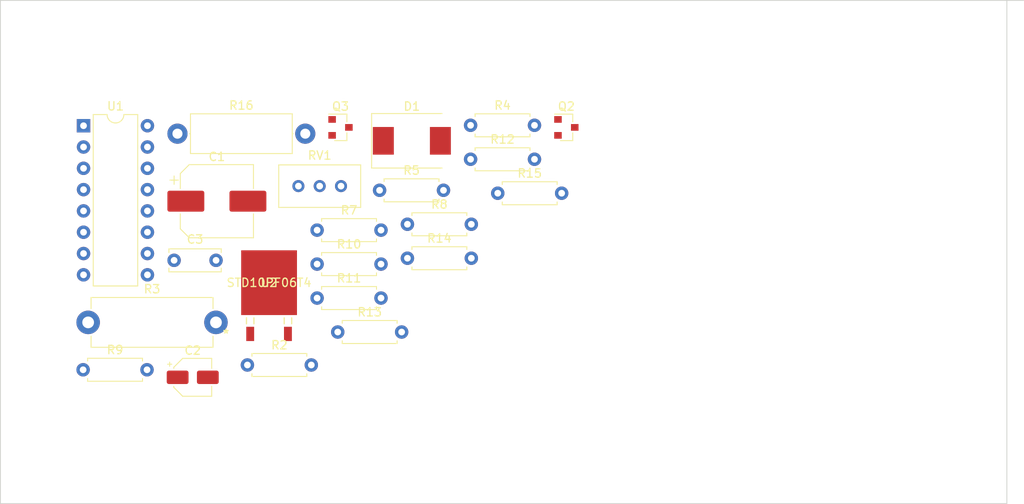
<source format=kicad_pcb>
(kicad_pcb (version 20171130) (host pcbnew "(5.1.6)-1")

  (general
    (thickness 1.6)
    (drawings 4)
    (tracks 0)
    (zones 0)
    (modules 23)
    (nets 20)
  )

  (page A4)
  (layers
    (0 F.Cu signal)
    (31 B.Cu signal)
    (32 B.Adhes user)
    (33 F.Adhes user)
    (34 B.Paste user)
    (35 F.Paste user)
    (36 B.SilkS user)
    (37 F.SilkS user)
    (38 B.Mask user)
    (39 F.Mask user)
    (40 Dwgs.User user)
    (41 Cmts.User user)
    (42 Eco1.User user)
    (43 Eco2.User user)
    (44 Edge.Cuts user)
    (45 Margin user)
    (46 B.CrtYd user)
    (47 F.CrtYd user)
    (48 B.Fab user)
    (49 F.Fab user)
  )

  (setup
    (last_trace_width 0.25)
    (trace_clearance 0.2)
    (zone_clearance 0.508)
    (zone_45_only no)
    (trace_min 0.2)
    (via_size 0.8)
    (via_drill 0.4)
    (via_min_size 0.4)
    (via_min_drill 0.3)
    (uvia_size 0.3)
    (uvia_drill 0.1)
    (uvias_allowed no)
    (uvia_min_size 0.2)
    (uvia_min_drill 0.1)
    (edge_width 0.05)
    (segment_width 0.2)
    (pcb_text_width 0.3)
    (pcb_text_size 1.5 1.5)
    (mod_edge_width 0.12)
    (mod_text_size 1 1)
    (mod_text_width 0.15)
    (pad_size 1.524 1.524)
    (pad_drill 0.762)
    (pad_to_mask_clearance 0.05)
    (aux_axis_origin 0 0)
    (visible_elements FFFFFF7F)
    (pcbplotparams
      (layerselection 0x010fc_ffffffff)
      (usegerberextensions false)
      (usegerberattributes true)
      (usegerberadvancedattributes true)
      (creategerberjobfile true)
      (excludeedgelayer true)
      (linewidth 0.100000)
      (plotframeref false)
      (viasonmask false)
      (mode 1)
      (useauxorigin false)
      (hpglpennumber 1)
      (hpglpenspeed 20)
      (hpglpendiameter 15.000000)
      (psnegative false)
      (psa4output false)
      (plotreference true)
      (plotvalue true)
      (plotinvisibletext false)
      (padsonsilk false)
      (subtractmaskfromsilk false)
      (outputformat 1)
      (mirror false)
      (drillshape 1)
      (scaleselection 1)
      (outputdirectory ""))
  )

  (net 0 "")
  (net 1 GND)
  (net 2 /Vout+)
  (net 3 "Net-(C2-Pad2)")
  (net 4 /REF)
  (net 5 "Net-(C3-Pad2)")
  (net 6 "Net-(D1-Pad1)")
  (net 7 "Net-(Q2-Pad3)")
  (net 8 "Net-(Q2-Pad2)")
  (net 9 "Net-(Q2-Pad1)")
  (net 10 "Net-(R2-Pad1)")
  (net 11 /Vout-)
  (net 12 +24V)
  (net 13 "Net-(R10-Pad1)")
  (net 14 "Net-(R7-Pad1)")
  (net 15 "Net-(R8-Pad1)")
  (net 16 "Net-(R12-Pad1)")
  (net 17 "Net-(R15-Pad1)")
  (net 18 /Vg)
  (net 19 "Net-(RV1-Pad3)")

  (net_class Default "This is the default net class."
    (clearance 0.2)
    (trace_width 0.25)
    (via_dia 0.8)
    (via_drill 0.4)
    (uvia_dia 0.3)
    (uvia_drill 0.1)
    (add_net +24V)
    (add_net /REF)
    (add_net /Vg)
    (add_net /Vout+)
    (add_net /Vout-)
    (add_net GND)
    (add_net "Net-(C2-Pad2)")
    (add_net "Net-(C3-Pad2)")
    (add_net "Net-(D1-Pad1)")
    (add_net "Net-(Q2-Pad1)")
    (add_net "Net-(Q2-Pad2)")
    (add_net "Net-(Q2-Pad3)")
    (add_net "Net-(R10-Pad1)")
    (add_net "Net-(R12-Pad1)")
    (add_net "Net-(R15-Pad1)")
    (add_net "Net-(R2-Pad1)")
    (add_net "Net-(R7-Pad1)")
    (add_net "Net-(R8-Pad1)")
    (add_net "Net-(RV1-Pad3)")
  )

  (module Package_TO_SOT_SMD:STD10PF06T4 (layer F.Cu) (tedit 60794235) (tstamp 60803616)
    (at 102.0326 83.656)
    (path /60799BA3)
    (fp_text reference U2 (at 0 0) (layer F.SilkS)
      (effects (font (size 1 1) (thickness 0.15)))
    )
    (fp_text value STD10PF06T4 (at 0 0) (layer F.SilkS)
      (effects (font (size 1 1) (thickness 0.15)))
    )
    (fp_text user "Copyright 2016 Accelerated Designs. All rights reserved." (at 0 0) (layer Cmts.User)
      (effects (font (size 0.127 0.127) (thickness 0.002)))
    )
    (fp_text user * (at -5.135001 6.1087) (layer F.SilkS)
      (effects (font (size 1 1) (thickness 0.15)))
    )
    (fp_text user * (at -2.250001 3.2512) (layer F.Fab)
      (effects (font (size 1 1) (thickness 0.15)))
    )
    (fp_text user * (at -2.250001 3.2512) (layer F.Fab)
      (effects (font (size 1 1) (thickness 0.15)))
    )
    (fp_text user * (at -5.135001 6.1087) (layer F.SilkS)
      (effects (font (size 1 1) (thickness 0.15)))
    )
    (fp_line (start -2.973901 4.1148) (end -3.5814 4.1148) (layer F.CrtYd) (width 0.1524))
    (fp_line (start -2.973901 7.2136) (end -2.973901 4.1148) (layer F.CrtYd) (width 0.1524))
    (fp_line (start 2.973901 7.2136) (end -2.973901 7.2136) (layer F.CrtYd) (width 0.1524))
    (fp_line (start 2.973901 4.1148) (end 2.973901 7.2136) (layer F.CrtYd) (width 0.1524))
    (fp_line (start 3.5814 4.1148) (end 2.973901 4.1148) (layer F.CrtYd) (width 0.1524))
    (fp_line (start 3.5814 -4.1148) (end 3.5814 4.1148) (layer F.CrtYd) (width 0.1524))
    (fp_line (start -3.5814 -4.1148) (end 3.5814 -4.1148) (layer F.CrtYd) (width 0.1524))
    (fp_line (start -3.5814 4.1148) (end -3.5814 -4.1148) (layer F.CrtYd) (width 0.1524))
    (fp_line (start -3.302 -3.5052) (end -3.302 3.5052) (layer F.Fab) (width 0.1524))
    (fp_line (start 3.302 -3.5052) (end -3.302 -3.5052) (layer F.Fab) (width 0.1524))
    (fp_line (start 3.302 3.5052) (end 3.302 -3.5052) (layer F.Fab) (width 0.1524))
    (fp_line (start -3.302 3.5052) (end 3.302 3.5052) (layer F.Fab) (width 0.1524))
    (fp_line (start 2.694501 4.19354) (end 2.694501 4.9022) (layer F.SilkS) (width 0.1524))
    (fp_line (start -1.805501 4.19354) (end -1.805501 4.9022) (layer F.SilkS) (width 0.1524))
    (fp_line (start 1.805501 4.19354) (end 1.805501 4.9022) (layer F.SilkS) (width 0.1524))
    (fp_line (start -2.694501 4.19354) (end -2.694501 4.9022) (layer F.SilkS) (width 0.1524))
    (fp_line (start 2.694501 6.604) (end 2.694501 3.5052) (layer F.Fab) (width 0.1524))
    (fp_line (start 1.805501 6.604) (end 2.694501 6.604) (layer F.Fab) (width 0.1524))
    (fp_line (start 1.805501 3.5052) (end 1.805501 6.604) (layer F.Fab) (width 0.1524))
    (fp_line (start 2.694501 3.5052) (end 1.805501 3.5052) (layer F.Fab) (width 0.1524))
    (fp_line (start -1.805501 6.604) (end -1.805501 3.5052) (layer F.Fab) (width 0.1524))
    (fp_line (start -2.694501 6.604) (end -1.805501 6.604) (layer F.Fab) (width 0.1524))
    (fp_line (start -2.694501 3.5052) (end -2.694501 6.604) (layer F.Fab) (width 0.1524))
    (fp_line (start -1.805501 3.5052) (end -2.694501 3.5052) (layer F.Fab) (width 0.1524))
    (pad 1 smd rect (at -2.250001 6.1087) (size 0.9398 1.7018) (layers F.Cu F.Paste F.Mask)
      (net 18 /Vg))
    (pad 3 smd rect (at 2.250001 6.1087) (size 0.9398 1.7018) (layers F.Cu F.Paste F.Mask)
      (net 12 +24V))
    (pad 2 smd rect (at 0 0) (size 6.6548 7.7216) (layers F.Cu F.Paste F.Mask)
      (net 6 "Net-(D1-Pad1)"))
  )

  (module Package_DIP:DIP-16_W7.62mm (layer F.Cu) (tedit 5A02E8C5) (tstamp 608035F2)
    (at 79.91 64.94)
    (descr "16-lead though-hole mounted DIP package, row spacing 7.62 mm (300 mils)")
    (tags "THT DIP DIL PDIP 2.54mm 7.62mm 300mil")
    (path /6065CEBC)
    (fp_text reference U1 (at 3.81 -2.33) (layer F.SilkS)
      (effects (font (size 1 1) (thickness 0.15)))
    )
    (fp_text value TL494 (at 3.81 20.11) (layer F.Fab)
      (effects (font (size 1 1) (thickness 0.15)))
    )
    (fp_text user %R (at 3.81 8.89) (layer F.Fab)
      (effects (font (size 1 1) (thickness 0.15)))
    )
    (fp_arc (start 3.81 -1.33) (end 2.81 -1.33) (angle -180) (layer F.SilkS) (width 0.12))
    (fp_line (start 1.635 -1.27) (end 6.985 -1.27) (layer F.Fab) (width 0.1))
    (fp_line (start 6.985 -1.27) (end 6.985 19.05) (layer F.Fab) (width 0.1))
    (fp_line (start 6.985 19.05) (end 0.635 19.05) (layer F.Fab) (width 0.1))
    (fp_line (start 0.635 19.05) (end 0.635 -0.27) (layer F.Fab) (width 0.1))
    (fp_line (start 0.635 -0.27) (end 1.635 -1.27) (layer F.Fab) (width 0.1))
    (fp_line (start 2.81 -1.33) (end 1.16 -1.33) (layer F.SilkS) (width 0.12))
    (fp_line (start 1.16 -1.33) (end 1.16 19.11) (layer F.SilkS) (width 0.12))
    (fp_line (start 1.16 19.11) (end 6.46 19.11) (layer F.SilkS) (width 0.12))
    (fp_line (start 6.46 19.11) (end 6.46 -1.33) (layer F.SilkS) (width 0.12))
    (fp_line (start 6.46 -1.33) (end 4.81 -1.33) (layer F.SilkS) (width 0.12))
    (fp_line (start -1.1 -1.55) (end -1.1 19.3) (layer F.CrtYd) (width 0.05))
    (fp_line (start -1.1 19.3) (end 8.7 19.3) (layer F.CrtYd) (width 0.05))
    (fp_line (start 8.7 19.3) (end 8.7 -1.55) (layer F.CrtYd) (width 0.05))
    (fp_line (start 8.7 -1.55) (end -1.1 -1.55) (layer F.CrtYd) (width 0.05))
    (pad 16 thru_hole oval (at 7.62 0) (size 1.6 1.6) (drill 0.8) (layers *.Cu *.Mask)
      (net 11 /Vout-))
    (pad 8 thru_hole oval (at 0 17.78) (size 1.6 1.6) (drill 0.8) (layers *.Cu *.Mask)
      (net 9 "Net-(Q2-Pad1)"))
    (pad 15 thru_hole oval (at 7.62 2.54) (size 1.6 1.6) (drill 0.8) (layers *.Cu *.Mask)
      (net 16 "Net-(R12-Pad1)"))
    (pad 7 thru_hole oval (at 0 15.24) (size 1.6 1.6) (drill 0.8) (layers *.Cu *.Mask)
      (net 1 GND))
    (pad 14 thru_hole oval (at 7.62 5.08) (size 1.6 1.6) (drill 0.8) (layers *.Cu *.Mask)
      (net 4 /REF))
    (pad 6 thru_hole oval (at 0 12.7) (size 1.6 1.6) (drill 0.8) (layers *.Cu *.Mask)
      (net 17 "Net-(R15-Pad1)"))
    (pad 13 thru_hole oval (at 7.62 7.62) (size 1.6 1.6) (drill 0.8) (layers *.Cu *.Mask)
      (net 1 GND))
    (pad 5 thru_hole oval (at 0 10.16) (size 1.6 1.6) (drill 0.8) (layers *.Cu *.Mask)
      (net 5 "Net-(C3-Pad2)"))
    (pad 12 thru_hole oval (at 7.62 10.16) (size 1.6 1.6) (drill 0.8) (layers *.Cu *.Mask)
      (net 12 +24V))
    (pad 4 thru_hole oval (at 0 7.62) (size 1.6 1.6) (drill 0.8) (layers *.Cu *.Mask)
      (net 3 "Net-(C2-Pad2)"))
    (pad 11 thru_hole oval (at 7.62 12.7) (size 1.6 1.6) (drill 0.8) (layers *.Cu *.Mask)
      (net 9 "Net-(Q2-Pad1)"))
    (pad 3 thru_hole oval (at 0 5.08) (size 1.6 1.6) (drill 0.8) (layers *.Cu *.Mask)
      (net 15 "Net-(R8-Pad1)"))
    (pad 10 thru_hole oval (at 7.62 15.24) (size 1.6 1.6) (drill 0.8) (layers *.Cu *.Mask)
      (net 1 GND))
    (pad 2 thru_hole oval (at 0 2.54) (size 1.6 1.6) (drill 0.8) (layers *.Cu *.Mask)
      (net 14 "Net-(R7-Pad1)"))
    (pad 9 thru_hole oval (at 7.62 17.78) (size 1.6 1.6) (drill 0.8) (layers *.Cu *.Mask)
      (net 1 GND))
    (pad 1 thru_hole rect (at 0 0) (size 1.6 1.6) (drill 0.8) (layers *.Cu *.Mask)
      (net 10 "Net-(R2-Pad1)"))
    (model ${KISYS3DMOD}/Package_DIP.3dshapes/DIP-16_W7.62mm.wrl
      (at (xyz 0 0 0))
      (scale (xyz 1 1 1))
      (rotate (xyz 0 0 0))
    )
  )

  (module Potentiometer_THT:Potentiometer_Bourns_3296W_Vertical (layer F.Cu) (tedit 5A3D4994) (tstamp 608035CE)
    (at 110.61 72.14)
    (descr "Potentiometer, vertical, Bourns 3296W, https://www.bourns.com/pdfs/3296.pdf")
    (tags "Potentiometer vertical Bourns 3296W")
    (path /6077E021)
    (fp_text reference RV1 (at -2.54 -3.66) (layer F.SilkS)
      (effects (font (size 1 1) (thickness 0.15)))
    )
    (fp_text value 5k (at -2.54 3.67) (layer F.Fab)
      (effects (font (size 1 1) (thickness 0.15)))
    )
    (fp_text user %R (at -3.175 0.005) (layer F.Fab)
      (effects (font (size 1 1) (thickness 0.15)))
    )
    (fp_circle (center 0.955 1.15) (end 2.05 1.15) (layer F.Fab) (width 0.1))
    (fp_line (start -7.305 -2.41) (end -7.305 2.42) (layer F.Fab) (width 0.1))
    (fp_line (start -7.305 2.42) (end 2.225 2.42) (layer F.Fab) (width 0.1))
    (fp_line (start 2.225 2.42) (end 2.225 -2.41) (layer F.Fab) (width 0.1))
    (fp_line (start 2.225 -2.41) (end -7.305 -2.41) (layer F.Fab) (width 0.1))
    (fp_line (start 0.955 2.235) (end 0.956 0.066) (layer F.Fab) (width 0.1))
    (fp_line (start 0.955 2.235) (end 0.956 0.066) (layer F.Fab) (width 0.1))
    (fp_line (start -7.425 -2.53) (end 2.345 -2.53) (layer F.SilkS) (width 0.12))
    (fp_line (start -7.425 2.54) (end 2.345 2.54) (layer F.SilkS) (width 0.12))
    (fp_line (start -7.425 -2.53) (end -7.425 2.54) (layer F.SilkS) (width 0.12))
    (fp_line (start 2.345 -2.53) (end 2.345 2.54) (layer F.SilkS) (width 0.12))
    (fp_line (start -7.6 -2.7) (end -7.6 2.7) (layer F.CrtYd) (width 0.05))
    (fp_line (start -7.6 2.7) (end 2.5 2.7) (layer F.CrtYd) (width 0.05))
    (fp_line (start 2.5 2.7) (end 2.5 -2.7) (layer F.CrtYd) (width 0.05))
    (fp_line (start 2.5 -2.7) (end -7.6 -2.7) (layer F.CrtYd) (width 0.05))
    (pad 3 thru_hole circle (at -5.08 0) (size 1.44 1.44) (drill 0.8) (layers *.Cu *.Mask)
      (net 19 "Net-(RV1-Pad3)"))
    (pad 2 thru_hole circle (at -2.54 0) (size 1.44 1.44) (drill 0.8) (layers *.Cu *.Mask)
      (net 10 "Net-(R2-Pad1)"))
    (pad 1 thru_hole circle (at 0 0) (size 1.44 1.44) (drill 0.8) (layers *.Cu *.Mask)
      (net 2 /Vout+))
    (model ${KISYS3DMOD}/Potentiometer_THT.3dshapes/Potentiometer_Bourns_3296W_Vertical.wrl
      (at (xyz 0 0 0))
      (scale (xyz 1 1 1))
      (rotate (xyz 0 0 0))
    )
  )

  (module Resistor_THT:R_Axial_DIN0414_L11.9mm_D4.5mm_P15.24mm_Horizontal (layer F.Cu) (tedit 5AE5139B) (tstamp 608035B7)
    (at 91.11 65.89)
    (descr "Resistor, Axial_DIN0414 series, Axial, Horizontal, pin pitch=15.24mm, 2W, length*diameter=11.9*4.5mm^2, http://www.vishay.com/docs/20128/wkxwrx.pdf")
    (tags "Resistor Axial_DIN0414 series Axial Horizontal pin pitch 15.24mm 2W length 11.9mm diameter 4.5mm")
    (path /6079615E)
    (fp_text reference R16 (at 7.62 -3.37) (layer F.SilkS)
      (effects (font (size 1 1) (thickness 0.15)))
    )
    (fp_text value 22 (at 7.62 3.37) (layer F.Fab)
      (effects (font (size 1 1) (thickness 0.15)))
    )
    (fp_text user %R (at 7.62 0) (layer F.Fab)
      (effects (font (size 1 1) (thickness 0.15)))
    )
    (fp_line (start 1.67 -2.25) (end 1.67 2.25) (layer F.Fab) (width 0.1))
    (fp_line (start 1.67 2.25) (end 13.57 2.25) (layer F.Fab) (width 0.1))
    (fp_line (start 13.57 2.25) (end 13.57 -2.25) (layer F.Fab) (width 0.1))
    (fp_line (start 13.57 -2.25) (end 1.67 -2.25) (layer F.Fab) (width 0.1))
    (fp_line (start 0 0) (end 1.67 0) (layer F.Fab) (width 0.1))
    (fp_line (start 15.24 0) (end 13.57 0) (layer F.Fab) (width 0.1))
    (fp_line (start 1.55 -2.37) (end 1.55 2.37) (layer F.SilkS) (width 0.12))
    (fp_line (start 1.55 2.37) (end 13.69 2.37) (layer F.SilkS) (width 0.12))
    (fp_line (start 13.69 2.37) (end 13.69 -2.37) (layer F.SilkS) (width 0.12))
    (fp_line (start 13.69 -2.37) (end 1.55 -2.37) (layer F.SilkS) (width 0.12))
    (fp_line (start 1.44 0) (end 1.55 0) (layer F.SilkS) (width 0.12))
    (fp_line (start 13.8 0) (end 13.69 0) (layer F.SilkS) (width 0.12))
    (fp_line (start -1.45 -2.5) (end -1.45 2.5) (layer F.CrtYd) (width 0.05))
    (fp_line (start -1.45 2.5) (end 16.69 2.5) (layer F.CrtYd) (width 0.05))
    (fp_line (start 16.69 2.5) (end 16.69 -2.5) (layer F.CrtYd) (width 0.05))
    (fp_line (start 16.69 -2.5) (end -1.45 -2.5) (layer F.CrtYd) (width 0.05))
    (pad 2 thru_hole oval (at 15.24 0) (size 2.4 2.4) (drill 1.2) (layers *.Cu *.Mask)
      (net 8 "Net-(Q2-Pad2)"))
    (pad 1 thru_hole circle (at 0 0) (size 2.4 2.4) (drill 1.2) (layers *.Cu *.Mask)
      (net 18 /Vg))
    (model ${KISYS3DMOD}/Resistor_THT.3dshapes/R_Axial_DIN0414_L11.9mm_D4.5mm_P15.24mm_Horizontal.wrl
      (at (xyz 0 0 0))
      (scale (xyz 1 1 1))
      (rotate (xyz 0 0 0))
    )
  )

  (module Resistor_THT:R_Axial_DIN0207_L6.3mm_D2.5mm_P7.62mm_Horizontal (layer F.Cu) (tedit 5AE5139B) (tstamp 608035A0)
    (at 129.3 72.99)
    (descr "Resistor, Axial_DIN0207 series, Axial, Horizontal, pin pitch=7.62mm, 0.25W = 1/4W, length*diameter=6.3*2.5mm^2, http://cdn-reichelt.de/documents/datenblatt/B400/1_4W%23YAG.pdf")
    (tags "Resistor Axial_DIN0207 series Axial Horizontal pin pitch 7.62mm 0.25W = 1/4W length 6.3mm diameter 2.5mm")
    (path /60661561)
    (fp_text reference R15 (at 3.81 -2.37) (layer F.SilkS)
      (effects (font (size 1 1) (thickness 0.15)))
    )
    (fp_text value 47k (at 3.81 2.37) (layer F.Fab)
      (effects (font (size 1 1) (thickness 0.15)))
    )
    (fp_text user %R (at 3.81 0) (layer F.Fab)
      (effects (font (size 1 1) (thickness 0.15)))
    )
    (fp_line (start 0.66 -1.25) (end 0.66 1.25) (layer F.Fab) (width 0.1))
    (fp_line (start 0.66 1.25) (end 6.96 1.25) (layer F.Fab) (width 0.1))
    (fp_line (start 6.96 1.25) (end 6.96 -1.25) (layer F.Fab) (width 0.1))
    (fp_line (start 6.96 -1.25) (end 0.66 -1.25) (layer F.Fab) (width 0.1))
    (fp_line (start 0 0) (end 0.66 0) (layer F.Fab) (width 0.1))
    (fp_line (start 7.62 0) (end 6.96 0) (layer F.Fab) (width 0.1))
    (fp_line (start 0.54 -1.04) (end 0.54 -1.37) (layer F.SilkS) (width 0.12))
    (fp_line (start 0.54 -1.37) (end 7.08 -1.37) (layer F.SilkS) (width 0.12))
    (fp_line (start 7.08 -1.37) (end 7.08 -1.04) (layer F.SilkS) (width 0.12))
    (fp_line (start 0.54 1.04) (end 0.54 1.37) (layer F.SilkS) (width 0.12))
    (fp_line (start 0.54 1.37) (end 7.08 1.37) (layer F.SilkS) (width 0.12))
    (fp_line (start 7.08 1.37) (end 7.08 1.04) (layer F.SilkS) (width 0.12))
    (fp_line (start -1.05 -1.5) (end -1.05 1.5) (layer F.CrtYd) (width 0.05))
    (fp_line (start -1.05 1.5) (end 8.67 1.5) (layer F.CrtYd) (width 0.05))
    (fp_line (start 8.67 1.5) (end 8.67 -1.5) (layer F.CrtYd) (width 0.05))
    (fp_line (start 8.67 -1.5) (end -1.05 -1.5) (layer F.CrtYd) (width 0.05))
    (pad 2 thru_hole oval (at 7.62 0) (size 1.6 1.6) (drill 0.8) (layers *.Cu *.Mask)
      (net 1 GND))
    (pad 1 thru_hole circle (at 0 0) (size 1.6 1.6) (drill 0.8) (layers *.Cu *.Mask)
      (net 17 "Net-(R15-Pad1)"))
    (model ${KISYS3DMOD}/Resistor_THT.3dshapes/R_Axial_DIN0207_L6.3mm_D2.5mm_P7.62mm_Horizontal.wrl
      (at (xyz 0 0 0))
      (scale (xyz 1 1 1))
      (rotate (xyz 0 0 0))
    )
  )

  (module Resistor_THT:R_Axial_DIN0207_L6.3mm_D2.5mm_P7.62mm_Horizontal (layer F.Cu) (tedit 5AE5139B) (tstamp 60803589)
    (at 118.53 80.74)
    (descr "Resistor, Axial_DIN0207 series, Axial, Horizontal, pin pitch=7.62mm, 0.25W = 1/4W, length*diameter=6.3*2.5mm^2, http://cdn-reichelt.de/documents/datenblatt/B400/1_4W%23YAG.pdf")
    (tags "Resistor Axial_DIN0207 series Axial Horizontal pin pitch 7.62mm 0.25W = 1/4W length 6.3mm diameter 2.5mm")
    (path /6068A6FA)
    (fp_text reference R14 (at 3.81 -2.37) (layer F.SilkS)
      (effects (font (size 1 1) (thickness 0.15)))
    )
    (fp_text value 1k (at 3.81 2.37) (layer F.Fab)
      (effects (font (size 1 1) (thickness 0.15)))
    )
    (fp_text user %R (at 3.81 0) (layer F.Fab)
      (effects (font (size 1 1) (thickness 0.15)))
    )
    (fp_line (start 0.66 -1.25) (end 0.66 1.25) (layer F.Fab) (width 0.1))
    (fp_line (start 0.66 1.25) (end 6.96 1.25) (layer F.Fab) (width 0.1))
    (fp_line (start 6.96 1.25) (end 6.96 -1.25) (layer F.Fab) (width 0.1))
    (fp_line (start 6.96 -1.25) (end 0.66 -1.25) (layer F.Fab) (width 0.1))
    (fp_line (start 0 0) (end 0.66 0) (layer F.Fab) (width 0.1))
    (fp_line (start 7.62 0) (end 6.96 0) (layer F.Fab) (width 0.1))
    (fp_line (start 0.54 -1.04) (end 0.54 -1.37) (layer F.SilkS) (width 0.12))
    (fp_line (start 0.54 -1.37) (end 7.08 -1.37) (layer F.SilkS) (width 0.12))
    (fp_line (start 7.08 -1.37) (end 7.08 -1.04) (layer F.SilkS) (width 0.12))
    (fp_line (start 0.54 1.04) (end 0.54 1.37) (layer F.SilkS) (width 0.12))
    (fp_line (start 0.54 1.37) (end 7.08 1.37) (layer F.SilkS) (width 0.12))
    (fp_line (start 7.08 1.37) (end 7.08 1.04) (layer F.SilkS) (width 0.12))
    (fp_line (start -1.05 -1.5) (end -1.05 1.5) (layer F.CrtYd) (width 0.05))
    (fp_line (start -1.05 1.5) (end 8.67 1.5) (layer F.CrtYd) (width 0.05))
    (fp_line (start 8.67 1.5) (end 8.67 -1.5) (layer F.CrtYd) (width 0.05))
    (fp_line (start 8.67 -1.5) (end -1.05 -1.5) (layer F.CrtYd) (width 0.05))
    (pad 2 thru_hole oval (at 7.62 0) (size 1.6 1.6) (drill 0.8) (layers *.Cu *.Mask)
      (net 1 GND))
    (pad 1 thru_hole circle (at 0 0) (size 1.6 1.6) (drill 0.8) (layers *.Cu *.Mask)
      (net 3 "Net-(C2-Pad2)"))
    (model ${KISYS3DMOD}/Resistor_THT.3dshapes/R_Axial_DIN0207_L6.3mm_D2.5mm_P7.62mm_Horizontal.wrl
      (at (xyz 0 0 0))
      (scale (xyz 1 1 1))
      (rotate (xyz 0 0 0))
    )
  )

  (module Resistor_THT:R_Axial_DIN0207_L6.3mm_D2.5mm_P7.62mm_Horizontal (layer F.Cu) (tedit 5AE5139B) (tstamp 60803572)
    (at 110.22 89.54)
    (descr "Resistor, Axial_DIN0207 series, Axial, Horizontal, pin pitch=7.62mm, 0.25W = 1/4W, length*diameter=6.3*2.5mm^2, http://cdn-reichelt.de/documents/datenblatt/B400/1_4W%23YAG.pdf")
    (tags "Resistor Axial_DIN0207 series Axial Horizontal pin pitch 7.62mm 0.25W = 1/4W length 6.3mm diameter 2.5mm")
    (path /6068A04A)
    (fp_text reference R13 (at 3.81 -2.37) (layer F.SilkS)
      (effects (font (size 1 1) (thickness 0.15)))
    )
    (fp_text value 10k (at 3.81 2.37) (layer F.Fab)
      (effects (font (size 1 1) (thickness 0.15)))
    )
    (fp_text user %R (at 3.81 0) (layer F.Fab)
      (effects (font (size 1 1) (thickness 0.15)))
    )
    (fp_line (start 0.66 -1.25) (end 0.66 1.25) (layer F.Fab) (width 0.1))
    (fp_line (start 0.66 1.25) (end 6.96 1.25) (layer F.Fab) (width 0.1))
    (fp_line (start 6.96 1.25) (end 6.96 -1.25) (layer F.Fab) (width 0.1))
    (fp_line (start 6.96 -1.25) (end 0.66 -1.25) (layer F.Fab) (width 0.1))
    (fp_line (start 0 0) (end 0.66 0) (layer F.Fab) (width 0.1))
    (fp_line (start 7.62 0) (end 6.96 0) (layer F.Fab) (width 0.1))
    (fp_line (start 0.54 -1.04) (end 0.54 -1.37) (layer F.SilkS) (width 0.12))
    (fp_line (start 0.54 -1.37) (end 7.08 -1.37) (layer F.SilkS) (width 0.12))
    (fp_line (start 7.08 -1.37) (end 7.08 -1.04) (layer F.SilkS) (width 0.12))
    (fp_line (start 0.54 1.04) (end 0.54 1.37) (layer F.SilkS) (width 0.12))
    (fp_line (start 0.54 1.37) (end 7.08 1.37) (layer F.SilkS) (width 0.12))
    (fp_line (start 7.08 1.37) (end 7.08 1.04) (layer F.SilkS) (width 0.12))
    (fp_line (start -1.05 -1.5) (end -1.05 1.5) (layer F.CrtYd) (width 0.05))
    (fp_line (start -1.05 1.5) (end 8.67 1.5) (layer F.CrtYd) (width 0.05))
    (fp_line (start 8.67 1.5) (end 8.67 -1.5) (layer F.CrtYd) (width 0.05))
    (fp_line (start 8.67 -1.5) (end -1.05 -1.5) (layer F.CrtYd) (width 0.05))
    (pad 2 thru_hole oval (at 7.62 0) (size 1.6 1.6) (drill 0.8) (layers *.Cu *.Mask)
      (net 4 /REF))
    (pad 1 thru_hole circle (at 0 0) (size 1.6 1.6) (drill 0.8) (layers *.Cu *.Mask)
      (net 3 "Net-(C2-Pad2)"))
    (model ${KISYS3DMOD}/Resistor_THT.3dshapes/R_Axial_DIN0207_L6.3mm_D2.5mm_P7.62mm_Horizontal.wrl
      (at (xyz 0 0 0))
      (scale (xyz 1 1 1))
      (rotate (xyz 0 0 0))
    )
  )

  (module Resistor_THT:R_Axial_DIN0207_L6.3mm_D2.5mm_P7.62mm_Horizontal (layer F.Cu) (tedit 5AE5139B) (tstamp 6080355B)
    (at 126.06 68.94)
    (descr "Resistor, Axial_DIN0207 series, Axial, Horizontal, pin pitch=7.62mm, 0.25W = 1/4W, length*diameter=6.3*2.5mm^2, http://cdn-reichelt.de/documents/datenblatt/B400/1_4W%23YAG.pdf")
    (tags "Resistor Axial_DIN0207 series Axial Horizontal pin pitch 7.62mm 0.25W = 1/4W length 6.3mm diameter 2.5mm")
    (path /60687175)
    (fp_text reference R12 (at 3.81 -2.37) (layer F.SilkS)
      (effects (font (size 1 1) (thickness 0.15)))
    )
    (fp_text value 1k (at 3.81 2.37) (layer F.Fab)
      (effects (font (size 1 1) (thickness 0.15)))
    )
    (fp_text user %R (at 3.81 0) (layer F.Fab)
      (effects (font (size 1 1) (thickness 0.15)))
    )
    (fp_line (start 0.66 -1.25) (end 0.66 1.25) (layer F.Fab) (width 0.1))
    (fp_line (start 0.66 1.25) (end 6.96 1.25) (layer F.Fab) (width 0.1))
    (fp_line (start 6.96 1.25) (end 6.96 -1.25) (layer F.Fab) (width 0.1))
    (fp_line (start 6.96 -1.25) (end 0.66 -1.25) (layer F.Fab) (width 0.1))
    (fp_line (start 0 0) (end 0.66 0) (layer F.Fab) (width 0.1))
    (fp_line (start 7.62 0) (end 6.96 0) (layer F.Fab) (width 0.1))
    (fp_line (start 0.54 -1.04) (end 0.54 -1.37) (layer F.SilkS) (width 0.12))
    (fp_line (start 0.54 -1.37) (end 7.08 -1.37) (layer F.SilkS) (width 0.12))
    (fp_line (start 7.08 -1.37) (end 7.08 -1.04) (layer F.SilkS) (width 0.12))
    (fp_line (start 0.54 1.04) (end 0.54 1.37) (layer F.SilkS) (width 0.12))
    (fp_line (start 0.54 1.37) (end 7.08 1.37) (layer F.SilkS) (width 0.12))
    (fp_line (start 7.08 1.37) (end 7.08 1.04) (layer F.SilkS) (width 0.12))
    (fp_line (start -1.05 -1.5) (end -1.05 1.5) (layer F.CrtYd) (width 0.05))
    (fp_line (start -1.05 1.5) (end 8.67 1.5) (layer F.CrtYd) (width 0.05))
    (fp_line (start 8.67 1.5) (end 8.67 -1.5) (layer F.CrtYd) (width 0.05))
    (fp_line (start 8.67 -1.5) (end -1.05 -1.5) (layer F.CrtYd) (width 0.05))
    (pad 2 thru_hole oval (at 7.62 0) (size 1.6 1.6) (drill 0.8) (layers *.Cu *.Mask)
      (net 1 GND))
    (pad 1 thru_hole circle (at 0 0) (size 1.6 1.6) (drill 0.8) (layers *.Cu *.Mask)
      (net 16 "Net-(R12-Pad1)"))
    (model ${KISYS3DMOD}/Resistor_THT.3dshapes/R_Axial_DIN0207_L6.3mm_D2.5mm_P7.62mm_Horizontal.wrl
      (at (xyz 0 0 0))
      (scale (xyz 1 1 1))
      (rotate (xyz 0 0 0))
    )
  )

  (module Resistor_THT:R_Axial_DIN0207_L6.3mm_D2.5mm_P7.62mm_Horizontal (layer F.Cu) (tedit 5AE5139B) (tstamp 60803544)
    (at 107.76 85.49)
    (descr "Resistor, Axial_DIN0207 series, Axial, Horizontal, pin pitch=7.62mm, 0.25W = 1/4W, length*diameter=6.3*2.5mm^2, http://cdn-reichelt.de/documents/datenblatt/B400/1_4W%23YAG.pdf")
    (tags "Resistor Axial_DIN0207 series Axial Horizontal pin pitch 7.62mm 0.25W = 1/4W length 6.3mm diameter 2.5mm")
    (path /60677B0D)
    (fp_text reference R11 (at 3.81 -2.37) (layer F.SilkS)
      (effects (font (size 1 1) (thickness 0.15)))
    )
    (fp_text value 4.7k (at 3.81 2.37) (layer F.Fab)
      (effects (font (size 1 1) (thickness 0.15)))
    )
    (fp_text user %R (at 3.81 0) (layer F.Fab)
      (effects (font (size 1 1) (thickness 0.15)))
    )
    (fp_line (start 0.66 -1.25) (end 0.66 1.25) (layer F.Fab) (width 0.1))
    (fp_line (start 0.66 1.25) (end 6.96 1.25) (layer F.Fab) (width 0.1))
    (fp_line (start 6.96 1.25) (end 6.96 -1.25) (layer F.Fab) (width 0.1))
    (fp_line (start 6.96 -1.25) (end 0.66 -1.25) (layer F.Fab) (width 0.1))
    (fp_line (start 0 0) (end 0.66 0) (layer F.Fab) (width 0.1))
    (fp_line (start 7.62 0) (end 6.96 0) (layer F.Fab) (width 0.1))
    (fp_line (start 0.54 -1.04) (end 0.54 -1.37) (layer F.SilkS) (width 0.12))
    (fp_line (start 0.54 -1.37) (end 7.08 -1.37) (layer F.SilkS) (width 0.12))
    (fp_line (start 7.08 -1.37) (end 7.08 -1.04) (layer F.SilkS) (width 0.12))
    (fp_line (start 0.54 1.04) (end 0.54 1.37) (layer F.SilkS) (width 0.12))
    (fp_line (start 0.54 1.37) (end 7.08 1.37) (layer F.SilkS) (width 0.12))
    (fp_line (start 7.08 1.37) (end 7.08 1.04) (layer F.SilkS) (width 0.12))
    (fp_line (start -1.05 -1.5) (end -1.05 1.5) (layer F.CrtYd) (width 0.05))
    (fp_line (start -1.05 1.5) (end 8.67 1.5) (layer F.CrtYd) (width 0.05))
    (fp_line (start 8.67 1.5) (end 8.67 -1.5) (layer F.CrtYd) (width 0.05))
    (fp_line (start 8.67 -1.5) (end -1.05 -1.5) (layer F.CrtYd) (width 0.05))
    (pad 2 thru_hole oval (at 7.62 0) (size 1.6 1.6) (drill 0.8) (layers *.Cu *.Mask)
      (net 1 GND))
    (pad 1 thru_hole circle (at 0 0) (size 1.6 1.6) (drill 0.8) (layers *.Cu *.Mask)
      (net 13 "Net-(R10-Pad1)"))
    (model ${KISYS3DMOD}/Resistor_THT.3dshapes/R_Axial_DIN0207_L6.3mm_D2.5mm_P7.62mm_Horizontal.wrl
      (at (xyz 0 0 0))
      (scale (xyz 1 1 1))
      (rotate (xyz 0 0 0))
    )
  )

  (module Resistor_THT:R_Axial_DIN0207_L6.3mm_D2.5mm_P7.62mm_Horizontal (layer F.Cu) (tedit 5AE5139B) (tstamp 6080352D)
    (at 107.76 81.44)
    (descr "Resistor, Axial_DIN0207 series, Axial, Horizontal, pin pitch=7.62mm, 0.25W = 1/4W, length*diameter=6.3*2.5mm^2, http://cdn-reichelt.de/documents/datenblatt/B400/1_4W%23YAG.pdf")
    (tags "Resistor Axial_DIN0207 series Axial Horizontal pin pitch 7.62mm 0.25W = 1/4W length 6.3mm diameter 2.5mm")
    (path /60677F40)
    (fp_text reference R10 (at 3.81 -2.37) (layer F.SilkS)
      (effects (font (size 1 1) (thickness 0.15)))
    )
    (fp_text value 4.7k (at 3.81 2.37) (layer F.Fab)
      (effects (font (size 1 1) (thickness 0.15)))
    )
    (fp_text user %R (at 3.81 0) (layer F.Fab)
      (effects (font (size 1 1) (thickness 0.15)))
    )
    (fp_line (start 0.66 -1.25) (end 0.66 1.25) (layer F.Fab) (width 0.1))
    (fp_line (start 0.66 1.25) (end 6.96 1.25) (layer F.Fab) (width 0.1))
    (fp_line (start 6.96 1.25) (end 6.96 -1.25) (layer F.Fab) (width 0.1))
    (fp_line (start 6.96 -1.25) (end 0.66 -1.25) (layer F.Fab) (width 0.1))
    (fp_line (start 0 0) (end 0.66 0) (layer F.Fab) (width 0.1))
    (fp_line (start 7.62 0) (end 6.96 0) (layer F.Fab) (width 0.1))
    (fp_line (start 0.54 -1.04) (end 0.54 -1.37) (layer F.SilkS) (width 0.12))
    (fp_line (start 0.54 -1.37) (end 7.08 -1.37) (layer F.SilkS) (width 0.12))
    (fp_line (start 7.08 -1.37) (end 7.08 -1.04) (layer F.SilkS) (width 0.12))
    (fp_line (start 0.54 1.04) (end 0.54 1.37) (layer F.SilkS) (width 0.12))
    (fp_line (start 0.54 1.37) (end 7.08 1.37) (layer F.SilkS) (width 0.12))
    (fp_line (start 7.08 1.37) (end 7.08 1.04) (layer F.SilkS) (width 0.12))
    (fp_line (start -1.05 -1.5) (end -1.05 1.5) (layer F.CrtYd) (width 0.05))
    (fp_line (start -1.05 1.5) (end 8.67 1.5) (layer F.CrtYd) (width 0.05))
    (fp_line (start 8.67 1.5) (end 8.67 -1.5) (layer F.CrtYd) (width 0.05))
    (fp_line (start 8.67 -1.5) (end -1.05 -1.5) (layer F.CrtYd) (width 0.05))
    (pad 2 thru_hole oval (at 7.62 0) (size 1.6 1.6) (drill 0.8) (layers *.Cu *.Mask)
      (net 4 /REF))
    (pad 1 thru_hole circle (at 0 0) (size 1.6 1.6) (drill 0.8) (layers *.Cu *.Mask)
      (net 13 "Net-(R10-Pad1)"))
    (model ${KISYS3DMOD}/Resistor_THT.3dshapes/R_Axial_DIN0207_L6.3mm_D2.5mm_P7.62mm_Horizontal.wrl
      (at (xyz 0 0 0))
      (scale (xyz 1 1 1))
      (rotate (xyz 0 0 0))
    )
  )

  (module Resistor_THT:R_Axial_DIN0207_L6.3mm_D2.5mm_P7.62mm_Horizontal (layer F.Cu) (tedit 5AE5139B) (tstamp 60803516)
    (at 79.86 94.04)
    (descr "Resistor, Axial_DIN0207 series, Axial, Horizontal, pin pitch=7.62mm, 0.25W = 1/4W, length*diameter=6.3*2.5mm^2, http://cdn-reichelt.de/documents/datenblatt/B400/1_4W%23YAG.pdf")
    (tags "Resistor Axial_DIN0207 series Axial Horizontal pin pitch 7.62mm 0.25W = 1/4W length 6.3mm diameter 2.5mm")
    (path /60688360)
    (fp_text reference R9 (at 3.81 -2.37) (layer F.SilkS)
      (effects (font (size 1 1) (thickness 0.15)))
    )
    (fp_text value 5.6k (at 3.81 2.37) (layer F.Fab)
      (effects (font (size 1 1) (thickness 0.15)))
    )
    (fp_text user %R (at 3.81 0) (layer F.Fab)
      (effects (font (size 1 1) (thickness 0.15)))
    )
    (fp_line (start 0.66 -1.25) (end 0.66 1.25) (layer F.Fab) (width 0.1))
    (fp_line (start 0.66 1.25) (end 6.96 1.25) (layer F.Fab) (width 0.1))
    (fp_line (start 6.96 1.25) (end 6.96 -1.25) (layer F.Fab) (width 0.1))
    (fp_line (start 6.96 -1.25) (end 0.66 -1.25) (layer F.Fab) (width 0.1))
    (fp_line (start 0 0) (end 0.66 0) (layer F.Fab) (width 0.1))
    (fp_line (start 7.62 0) (end 6.96 0) (layer F.Fab) (width 0.1))
    (fp_line (start 0.54 -1.04) (end 0.54 -1.37) (layer F.SilkS) (width 0.12))
    (fp_line (start 0.54 -1.37) (end 7.08 -1.37) (layer F.SilkS) (width 0.12))
    (fp_line (start 7.08 -1.37) (end 7.08 -1.04) (layer F.SilkS) (width 0.12))
    (fp_line (start 0.54 1.04) (end 0.54 1.37) (layer F.SilkS) (width 0.12))
    (fp_line (start 0.54 1.37) (end 7.08 1.37) (layer F.SilkS) (width 0.12))
    (fp_line (start 7.08 1.37) (end 7.08 1.04) (layer F.SilkS) (width 0.12))
    (fp_line (start -1.05 -1.5) (end -1.05 1.5) (layer F.CrtYd) (width 0.05))
    (fp_line (start -1.05 1.5) (end 8.67 1.5) (layer F.CrtYd) (width 0.05))
    (fp_line (start 8.67 1.5) (end 8.67 -1.5) (layer F.CrtYd) (width 0.05))
    (fp_line (start 8.67 -1.5) (end -1.05 -1.5) (layer F.CrtYd) (width 0.05))
    (pad 2 thru_hole oval (at 7.62 0) (size 1.6 1.6) (drill 0.8) (layers *.Cu *.Mask)
      (net 4 /REF))
    (pad 1 thru_hole circle (at 0 0) (size 1.6 1.6) (drill 0.8) (layers *.Cu *.Mask)
      (net 16 "Net-(R12-Pad1)"))
    (model ${KISYS3DMOD}/Resistor_THT.3dshapes/R_Axial_DIN0207_L6.3mm_D2.5mm_P7.62mm_Horizontal.wrl
      (at (xyz 0 0 0))
      (scale (xyz 1 1 1))
      (rotate (xyz 0 0 0))
    )
  )

  (module Resistor_THT:R_Axial_DIN0207_L6.3mm_D2.5mm_P7.62mm_Horizontal (layer F.Cu) (tedit 5AE5139B) (tstamp 608034FF)
    (at 118.53 76.69)
    (descr "Resistor, Axial_DIN0207 series, Axial, Horizontal, pin pitch=7.62mm, 0.25W = 1/4W, length*diameter=6.3*2.5mm^2, http://cdn-reichelt.de/documents/datenblatt/B400/1_4W%23YAG.pdf")
    (tags "Resistor Axial_DIN0207 series Axial Horizontal pin pitch 7.62mm 0.25W = 1/4W length 6.3mm diameter 2.5mm")
    (path /6067C2B7)
    (fp_text reference R8 (at 3.81 -2.37) (layer F.SilkS)
      (effects (font (size 1 1) (thickness 0.15)))
    )
    (fp_text value 47k (at 3.81 2.37) (layer F.Fab)
      (effects (font (size 1 1) (thickness 0.15)))
    )
    (fp_text user %R (at 3.81 0) (layer F.Fab)
      (effects (font (size 1 1) (thickness 0.15)))
    )
    (fp_line (start 0.66 -1.25) (end 0.66 1.25) (layer F.Fab) (width 0.1))
    (fp_line (start 0.66 1.25) (end 6.96 1.25) (layer F.Fab) (width 0.1))
    (fp_line (start 6.96 1.25) (end 6.96 -1.25) (layer F.Fab) (width 0.1))
    (fp_line (start 6.96 -1.25) (end 0.66 -1.25) (layer F.Fab) (width 0.1))
    (fp_line (start 0 0) (end 0.66 0) (layer F.Fab) (width 0.1))
    (fp_line (start 7.62 0) (end 6.96 0) (layer F.Fab) (width 0.1))
    (fp_line (start 0.54 -1.04) (end 0.54 -1.37) (layer F.SilkS) (width 0.12))
    (fp_line (start 0.54 -1.37) (end 7.08 -1.37) (layer F.SilkS) (width 0.12))
    (fp_line (start 7.08 -1.37) (end 7.08 -1.04) (layer F.SilkS) (width 0.12))
    (fp_line (start 0.54 1.04) (end 0.54 1.37) (layer F.SilkS) (width 0.12))
    (fp_line (start 0.54 1.37) (end 7.08 1.37) (layer F.SilkS) (width 0.12))
    (fp_line (start 7.08 1.37) (end 7.08 1.04) (layer F.SilkS) (width 0.12))
    (fp_line (start -1.05 -1.5) (end -1.05 1.5) (layer F.CrtYd) (width 0.05))
    (fp_line (start -1.05 1.5) (end 8.67 1.5) (layer F.CrtYd) (width 0.05))
    (fp_line (start 8.67 1.5) (end 8.67 -1.5) (layer F.CrtYd) (width 0.05))
    (fp_line (start 8.67 -1.5) (end -1.05 -1.5) (layer F.CrtYd) (width 0.05))
    (pad 2 thru_hole oval (at 7.62 0) (size 1.6 1.6) (drill 0.8) (layers *.Cu *.Mask)
      (net 14 "Net-(R7-Pad1)"))
    (pad 1 thru_hole circle (at 0 0) (size 1.6 1.6) (drill 0.8) (layers *.Cu *.Mask)
      (net 15 "Net-(R8-Pad1)"))
    (model ${KISYS3DMOD}/Resistor_THT.3dshapes/R_Axial_DIN0207_L6.3mm_D2.5mm_P7.62mm_Horizontal.wrl
      (at (xyz 0 0 0))
      (scale (xyz 1 1 1))
      (rotate (xyz 0 0 0))
    )
  )

  (module Resistor_THT:R_Axial_DIN0207_L6.3mm_D2.5mm_P7.62mm_Horizontal (layer F.Cu) (tedit 5AE5139B) (tstamp 608034E8)
    (at 107.76 77.39)
    (descr "Resistor, Axial_DIN0207 series, Axial, Horizontal, pin pitch=7.62mm, 0.25W = 1/4W, length*diameter=6.3*2.5mm^2, http://cdn-reichelt.de/documents/datenblatt/B400/1_4W%23YAG.pdf")
    (tags "Resistor Axial_DIN0207 series Axial Horizontal pin pitch 7.62mm 0.25W = 1/4W length 6.3mm diameter 2.5mm")
    (path /6067B1E5)
    (fp_text reference R7 (at 3.81 -2.37) (layer F.SilkS)
      (effects (font (size 1 1) (thickness 0.15)))
    )
    (fp_text value 470 (at 3.81 2.37) (layer F.Fab)
      (effects (font (size 1 1) (thickness 0.15)))
    )
    (fp_text user %R (at 3.81 0) (layer F.Fab)
      (effects (font (size 1 1) (thickness 0.15)))
    )
    (fp_line (start 0.66 -1.25) (end 0.66 1.25) (layer F.Fab) (width 0.1))
    (fp_line (start 0.66 1.25) (end 6.96 1.25) (layer F.Fab) (width 0.1))
    (fp_line (start 6.96 1.25) (end 6.96 -1.25) (layer F.Fab) (width 0.1))
    (fp_line (start 6.96 -1.25) (end 0.66 -1.25) (layer F.Fab) (width 0.1))
    (fp_line (start 0 0) (end 0.66 0) (layer F.Fab) (width 0.1))
    (fp_line (start 7.62 0) (end 6.96 0) (layer F.Fab) (width 0.1))
    (fp_line (start 0.54 -1.04) (end 0.54 -1.37) (layer F.SilkS) (width 0.12))
    (fp_line (start 0.54 -1.37) (end 7.08 -1.37) (layer F.SilkS) (width 0.12))
    (fp_line (start 7.08 -1.37) (end 7.08 -1.04) (layer F.SilkS) (width 0.12))
    (fp_line (start 0.54 1.04) (end 0.54 1.37) (layer F.SilkS) (width 0.12))
    (fp_line (start 0.54 1.37) (end 7.08 1.37) (layer F.SilkS) (width 0.12))
    (fp_line (start 7.08 1.37) (end 7.08 1.04) (layer F.SilkS) (width 0.12))
    (fp_line (start -1.05 -1.5) (end -1.05 1.5) (layer F.CrtYd) (width 0.05))
    (fp_line (start -1.05 1.5) (end 8.67 1.5) (layer F.CrtYd) (width 0.05))
    (fp_line (start 8.67 1.5) (end 8.67 -1.5) (layer F.CrtYd) (width 0.05))
    (fp_line (start 8.67 -1.5) (end -1.05 -1.5) (layer F.CrtYd) (width 0.05))
    (pad 2 thru_hole oval (at 7.62 0) (size 1.6 1.6) (drill 0.8) (layers *.Cu *.Mask)
      (net 13 "Net-(R10-Pad1)"))
    (pad 1 thru_hole circle (at 0 0) (size 1.6 1.6) (drill 0.8) (layers *.Cu *.Mask)
      (net 14 "Net-(R7-Pad1)"))
    (model ${KISYS3DMOD}/Resistor_THT.3dshapes/R_Axial_DIN0207_L6.3mm_D2.5mm_P7.62mm_Horizontal.wrl
      (at (xyz 0 0 0))
      (scale (xyz 1 1 1))
      (rotate (xyz 0 0 0))
    )
  )

  (module Resistor_THT:R_Axial_DIN0207_L6.3mm_D2.5mm_P7.62mm_Horizontal (layer F.Cu) (tedit 5AE5139B) (tstamp 608034D1)
    (at 115.21 72.64)
    (descr "Resistor, Axial_DIN0207 series, Axial, Horizontal, pin pitch=7.62mm, 0.25W = 1/4W, length*diameter=6.3*2.5mm^2, http://cdn-reichelt.de/documents/datenblatt/B400/1_4W%23YAG.pdf")
    (tags "Resistor Axial_DIN0207 series Axial Horizontal pin pitch 7.62mm 0.25W = 1/4W length 6.3mm diameter 2.5mm")
    (path /60774048)
    (fp_text reference R5 (at 3.81 -2.37) (layer F.SilkS)
      (effects (font (size 1 1) (thickness 0.15)))
    )
    (fp_text value 100 (at 3.81 2.37) (layer F.Fab)
      (effects (font (size 1 1) (thickness 0.15)))
    )
    (fp_text user %R (at 3.81 0) (layer F.Fab)
      (effects (font (size 1 1) (thickness 0.15)))
    )
    (fp_line (start 0.66 -1.25) (end 0.66 1.25) (layer F.Fab) (width 0.1))
    (fp_line (start 0.66 1.25) (end 6.96 1.25) (layer F.Fab) (width 0.1))
    (fp_line (start 6.96 1.25) (end 6.96 -1.25) (layer F.Fab) (width 0.1))
    (fp_line (start 6.96 -1.25) (end 0.66 -1.25) (layer F.Fab) (width 0.1))
    (fp_line (start 0 0) (end 0.66 0) (layer F.Fab) (width 0.1))
    (fp_line (start 7.62 0) (end 6.96 0) (layer F.Fab) (width 0.1))
    (fp_line (start 0.54 -1.04) (end 0.54 -1.37) (layer F.SilkS) (width 0.12))
    (fp_line (start 0.54 -1.37) (end 7.08 -1.37) (layer F.SilkS) (width 0.12))
    (fp_line (start 7.08 -1.37) (end 7.08 -1.04) (layer F.SilkS) (width 0.12))
    (fp_line (start 0.54 1.04) (end 0.54 1.37) (layer F.SilkS) (width 0.12))
    (fp_line (start 0.54 1.37) (end 7.08 1.37) (layer F.SilkS) (width 0.12))
    (fp_line (start 7.08 1.37) (end 7.08 1.04) (layer F.SilkS) (width 0.12))
    (fp_line (start -1.05 -1.5) (end -1.05 1.5) (layer F.CrtYd) (width 0.05))
    (fp_line (start -1.05 1.5) (end 8.67 1.5) (layer F.CrtYd) (width 0.05))
    (fp_line (start 8.67 1.5) (end 8.67 -1.5) (layer F.CrtYd) (width 0.05))
    (fp_line (start 8.67 -1.5) (end -1.05 -1.5) (layer F.CrtYd) (width 0.05))
    (pad 2 thru_hole oval (at 7.62 0) (size 1.6 1.6) (drill 0.8) (layers *.Cu *.Mask)
      (net 7 "Net-(Q2-Pad3)"))
    (pad 1 thru_hole circle (at 0 0) (size 1.6 1.6) (drill 0.8) (layers *.Cu *.Mask)
      (net 12 +24V))
    (model ${KISYS3DMOD}/Resistor_THT.3dshapes/R_Axial_DIN0207_L6.3mm_D2.5mm_P7.62mm_Horizontal.wrl
      (at (xyz 0 0 0))
      (scale (xyz 1 1 1))
      (rotate (xyz 0 0 0))
    )
  )

  (module Resistor_THT:R_Axial_DIN0207_L6.3mm_D2.5mm_P7.62mm_Horizontal (layer F.Cu) (tedit 5AE5139B) (tstamp 608034BA)
    (at 126.06 64.89)
    (descr "Resistor, Axial_DIN0207 series, Axial, Horizontal, pin pitch=7.62mm, 0.25W = 1/4W, length*diameter=6.3*2.5mm^2, http://cdn-reichelt.de/documents/datenblatt/B400/1_4W%23YAG.pdf")
    (tags "Resistor Axial_DIN0207 series Axial Horizontal pin pitch 7.62mm 0.25W = 1/4W length 6.3mm diameter 2.5mm")
    (path /607689D4)
    (fp_text reference R4 (at 3.81 -2.37) (layer F.SilkS)
      (effects (font (size 1 1) (thickness 0.15)))
    )
    (fp_text value 1.5k (at 3.81 2.37) (layer F.Fab)
      (effects (font (size 1 1) (thickness 0.15)))
    )
    (fp_text user %R (at 3.81 0) (layer F.Fab)
      (effects (font (size 1 1) (thickness 0.15)))
    )
    (fp_line (start 0.66 -1.25) (end 0.66 1.25) (layer F.Fab) (width 0.1))
    (fp_line (start 0.66 1.25) (end 6.96 1.25) (layer F.Fab) (width 0.1))
    (fp_line (start 6.96 1.25) (end 6.96 -1.25) (layer F.Fab) (width 0.1))
    (fp_line (start 6.96 -1.25) (end 0.66 -1.25) (layer F.Fab) (width 0.1))
    (fp_line (start 0 0) (end 0.66 0) (layer F.Fab) (width 0.1))
    (fp_line (start 7.62 0) (end 6.96 0) (layer F.Fab) (width 0.1))
    (fp_line (start 0.54 -1.04) (end 0.54 -1.37) (layer F.SilkS) (width 0.12))
    (fp_line (start 0.54 -1.37) (end 7.08 -1.37) (layer F.SilkS) (width 0.12))
    (fp_line (start 7.08 -1.37) (end 7.08 -1.04) (layer F.SilkS) (width 0.12))
    (fp_line (start 0.54 1.04) (end 0.54 1.37) (layer F.SilkS) (width 0.12))
    (fp_line (start 0.54 1.37) (end 7.08 1.37) (layer F.SilkS) (width 0.12))
    (fp_line (start 7.08 1.37) (end 7.08 1.04) (layer F.SilkS) (width 0.12))
    (fp_line (start -1.05 -1.5) (end -1.05 1.5) (layer F.CrtYd) (width 0.05))
    (fp_line (start -1.05 1.5) (end 8.67 1.5) (layer F.CrtYd) (width 0.05))
    (fp_line (start 8.67 1.5) (end 8.67 -1.5) (layer F.CrtYd) (width 0.05))
    (fp_line (start 8.67 -1.5) (end -1.05 -1.5) (layer F.CrtYd) (width 0.05))
    (pad 2 thru_hole oval (at 7.62 0) (size 1.6 1.6) (drill 0.8) (layers *.Cu *.Mask)
      (net 9 "Net-(Q2-Pad1)"))
    (pad 1 thru_hole circle (at 0 0) (size 1.6 1.6) (drill 0.8) (layers *.Cu *.Mask)
      (net 12 +24V))
    (model ${KISYS3DMOD}/Resistor_THT.3dshapes/R_Axial_DIN0207_L6.3mm_D2.5mm_P7.62mm_Horizontal.wrl
      (at (xyz 0 0 0))
      (scale (xyz 1 1 1))
      (rotate (xyz 0 0 0))
    )
  )

  (module Resistor_THT:R_Axial_DIN0614_L14.3mm_D5.7mm_P15.24mm_Horizontal (layer F.Cu) (tedit 5AE5139B) (tstamp 608034A3)
    (at 80.46 88.39)
    (descr "Resistor, Axial_DIN0614 series, Axial, Horizontal, pin pitch=15.24mm, 1.5W, length*diameter=14.3*5.7mm^2")
    (tags "Resistor Axial_DIN0614 series Axial Horizontal pin pitch 15.24mm 1.5W length 14.3mm diameter 5.7mm")
    (path /606BC7E4)
    (fp_text reference R3 (at 7.62 -3.97) (layer F.SilkS)
      (effects (font (size 1 1) (thickness 0.15)))
    )
    (fp_text value 0.22 (at 7.62 3.97) (layer F.Fab)
      (effects (font (size 1 1) (thickness 0.15)))
    )
    (fp_text user %R (at 7.62 0) (layer F.Fab)
      (effects (font (size 1 1) (thickness 0.15)))
    )
    (fp_line (start 0.47 -2.85) (end 0.47 2.85) (layer F.Fab) (width 0.1))
    (fp_line (start 0.47 2.85) (end 14.77 2.85) (layer F.Fab) (width 0.1))
    (fp_line (start 14.77 2.85) (end 14.77 -2.85) (layer F.Fab) (width 0.1))
    (fp_line (start 14.77 -2.85) (end 0.47 -2.85) (layer F.Fab) (width 0.1))
    (fp_line (start 0 0) (end 0.47 0) (layer F.Fab) (width 0.1))
    (fp_line (start 15.24 0) (end 14.77 0) (layer F.Fab) (width 0.1))
    (fp_line (start 0.35 -1.64) (end 0.35 -2.97) (layer F.SilkS) (width 0.12))
    (fp_line (start 0.35 -2.97) (end 14.89 -2.97) (layer F.SilkS) (width 0.12))
    (fp_line (start 14.89 -2.97) (end 14.89 -1.64) (layer F.SilkS) (width 0.12))
    (fp_line (start 0.35 1.64) (end 0.35 2.97) (layer F.SilkS) (width 0.12))
    (fp_line (start 0.35 2.97) (end 14.89 2.97) (layer F.SilkS) (width 0.12))
    (fp_line (start 14.89 2.97) (end 14.89 1.64) (layer F.SilkS) (width 0.12))
    (fp_line (start -1.65 -3.1) (end -1.65 3.1) (layer F.CrtYd) (width 0.05))
    (fp_line (start -1.65 3.1) (end 16.89 3.1) (layer F.CrtYd) (width 0.05))
    (fp_line (start 16.89 3.1) (end 16.89 -3.1) (layer F.CrtYd) (width 0.05))
    (fp_line (start 16.89 -3.1) (end -1.65 -3.1) (layer F.CrtYd) (width 0.05))
    (pad 2 thru_hole oval (at 15.24 0) (size 2.8 2.8) (drill 1.4) (layers *.Cu *.Mask)
      (net 11 /Vout-))
    (pad 1 thru_hole circle (at 0 0) (size 2.8 2.8) (drill 1.4) (layers *.Cu *.Mask)
      (net 1 GND))
    (model ${KISYS3DMOD}/Resistor_THT.3dshapes/R_Axial_DIN0614_L14.3mm_D5.7mm_P15.24mm_Horizontal.wrl
      (at (xyz 0 0 0))
      (scale (xyz 1 1 1))
      (rotate (xyz 0 0 0))
    )
  )

  (module Resistor_THT:R_Axial_DIN0207_L6.3mm_D2.5mm_P7.62mm_Horizontal (layer F.Cu) (tedit 5AE5139B) (tstamp 6080348C)
    (at 99.45 93.47)
    (descr "Resistor, Axial_DIN0207 series, Axial, Horizontal, pin pitch=7.62mm, 0.25W = 1/4W, length*diameter=6.3*2.5mm^2, http://cdn-reichelt.de/documents/datenblatt/B400/1_4W%23YAG.pdf")
    (tags "Resistor Axial_DIN0207 series Axial Horizontal pin pitch 7.62mm 0.25W = 1/4W length 6.3mm diameter 2.5mm")
    (path /606B644B)
    (fp_text reference R2 (at 3.81 -2.37) (layer F.SilkS)
      (effects (font (size 1 1) (thickness 0.15)))
    )
    (fp_text value 4.7k (at 3.81 2.37) (layer F.Fab)
      (effects (font (size 1 1) (thickness 0.15)))
    )
    (fp_text user %R (at 3.81 0) (layer F.Fab)
      (effects (font (size 1 1) (thickness 0.15)))
    )
    (fp_line (start 0.66 -1.25) (end 0.66 1.25) (layer F.Fab) (width 0.1))
    (fp_line (start 0.66 1.25) (end 6.96 1.25) (layer F.Fab) (width 0.1))
    (fp_line (start 6.96 1.25) (end 6.96 -1.25) (layer F.Fab) (width 0.1))
    (fp_line (start 6.96 -1.25) (end 0.66 -1.25) (layer F.Fab) (width 0.1))
    (fp_line (start 0 0) (end 0.66 0) (layer F.Fab) (width 0.1))
    (fp_line (start 7.62 0) (end 6.96 0) (layer F.Fab) (width 0.1))
    (fp_line (start 0.54 -1.04) (end 0.54 -1.37) (layer F.SilkS) (width 0.12))
    (fp_line (start 0.54 -1.37) (end 7.08 -1.37) (layer F.SilkS) (width 0.12))
    (fp_line (start 7.08 -1.37) (end 7.08 -1.04) (layer F.SilkS) (width 0.12))
    (fp_line (start 0.54 1.04) (end 0.54 1.37) (layer F.SilkS) (width 0.12))
    (fp_line (start 0.54 1.37) (end 7.08 1.37) (layer F.SilkS) (width 0.12))
    (fp_line (start 7.08 1.37) (end 7.08 1.04) (layer F.SilkS) (width 0.12))
    (fp_line (start -1.05 -1.5) (end -1.05 1.5) (layer F.CrtYd) (width 0.05))
    (fp_line (start -1.05 1.5) (end 8.67 1.5) (layer F.CrtYd) (width 0.05))
    (fp_line (start 8.67 1.5) (end 8.67 -1.5) (layer F.CrtYd) (width 0.05))
    (fp_line (start 8.67 -1.5) (end -1.05 -1.5) (layer F.CrtYd) (width 0.05))
    (pad 2 thru_hole oval (at 7.62 0) (size 1.6 1.6) (drill 0.8) (layers *.Cu *.Mask)
      (net 1 GND))
    (pad 1 thru_hole circle (at 0 0) (size 1.6 1.6) (drill 0.8) (layers *.Cu *.Mask)
      (net 10 "Net-(R2-Pad1)"))
    (model ${KISYS3DMOD}/Resistor_THT.3dshapes/R_Axial_DIN0207_L6.3mm_D2.5mm_P7.62mm_Horizontal.wrl
      (at (xyz 0 0 0))
      (scale (xyz 1 1 1))
      (rotate (xyz 0 0 0))
    )
  )

  (module Package_TO_SOT_SMD:SOT-23 (layer F.Cu) (tedit 5A02FF57) (tstamp 60803475)
    (at 110.55 65.14)
    (descr "SOT-23, Standard")
    (tags SOT-23)
    (path /6078275A)
    (attr smd)
    (fp_text reference Q3 (at 0 -2.5) (layer F.SilkS)
      (effects (font (size 1 1) (thickness 0.15)))
    )
    (fp_text value BC807 (at 0 2.5) (layer F.Fab)
      (effects (font (size 1 1) (thickness 0.15)))
    )
    (fp_text user %R (at 0 0 90) (layer F.Fab)
      (effects (font (size 0.5 0.5) (thickness 0.075)))
    )
    (fp_line (start -0.7 -0.95) (end -0.7 1.5) (layer F.Fab) (width 0.1))
    (fp_line (start -0.15 -1.52) (end 0.7 -1.52) (layer F.Fab) (width 0.1))
    (fp_line (start -0.7 -0.95) (end -0.15 -1.52) (layer F.Fab) (width 0.1))
    (fp_line (start 0.7 -1.52) (end 0.7 1.52) (layer F.Fab) (width 0.1))
    (fp_line (start -0.7 1.52) (end 0.7 1.52) (layer F.Fab) (width 0.1))
    (fp_line (start 0.76 1.58) (end 0.76 0.65) (layer F.SilkS) (width 0.12))
    (fp_line (start 0.76 -1.58) (end 0.76 -0.65) (layer F.SilkS) (width 0.12))
    (fp_line (start -1.7 -1.75) (end 1.7 -1.75) (layer F.CrtYd) (width 0.05))
    (fp_line (start 1.7 -1.75) (end 1.7 1.75) (layer F.CrtYd) (width 0.05))
    (fp_line (start 1.7 1.75) (end -1.7 1.75) (layer F.CrtYd) (width 0.05))
    (fp_line (start -1.7 1.75) (end -1.7 -1.75) (layer F.CrtYd) (width 0.05))
    (fp_line (start 0.76 -1.58) (end -1.4 -1.58) (layer F.SilkS) (width 0.12))
    (fp_line (start 0.76 1.58) (end -0.7 1.58) (layer F.SilkS) (width 0.12))
    (pad 3 smd rect (at 1 0) (size 0.9 0.8) (layers F.Cu F.Paste F.Mask)
      (net 1 GND))
    (pad 2 smd rect (at -1 0.95) (size 0.9 0.8) (layers F.Cu F.Paste F.Mask)
      (net 8 "Net-(Q2-Pad2)"))
    (pad 1 smd rect (at -1 -0.95) (size 0.9 0.8) (layers F.Cu F.Paste F.Mask)
      (net 9 "Net-(Q2-Pad1)"))
    (model ${KISYS3DMOD}/Package_TO_SOT_SMD.3dshapes/SOT-23.wrl
      (at (xyz 0 0 0))
      (scale (xyz 1 1 1))
      (rotate (xyz 0 0 0))
    )
  )

  (module Package_TO_SOT_SMD:SOT-23 (layer F.Cu) (tedit 5A02FF57) (tstamp 60803460)
    (at 137.48 65.14)
    (descr "SOT-23, Standard")
    (tags SOT-23)
    (path /60781ED1)
    (attr smd)
    (fp_text reference Q2 (at 0 -2.5) (layer F.SilkS)
      (effects (font (size 1 1) (thickness 0.15)))
    )
    (fp_text value BC817 (at 0 2.5) (layer F.Fab)
      (effects (font (size 1 1) (thickness 0.15)))
    )
    (fp_text user %R (at 0 0 90) (layer F.Fab)
      (effects (font (size 0.5 0.5) (thickness 0.075)))
    )
    (fp_line (start -0.7 -0.95) (end -0.7 1.5) (layer F.Fab) (width 0.1))
    (fp_line (start -0.15 -1.52) (end 0.7 -1.52) (layer F.Fab) (width 0.1))
    (fp_line (start -0.7 -0.95) (end -0.15 -1.52) (layer F.Fab) (width 0.1))
    (fp_line (start 0.7 -1.52) (end 0.7 1.52) (layer F.Fab) (width 0.1))
    (fp_line (start -0.7 1.52) (end 0.7 1.52) (layer F.Fab) (width 0.1))
    (fp_line (start 0.76 1.58) (end 0.76 0.65) (layer F.SilkS) (width 0.12))
    (fp_line (start 0.76 -1.58) (end 0.76 -0.65) (layer F.SilkS) (width 0.12))
    (fp_line (start -1.7 -1.75) (end 1.7 -1.75) (layer F.CrtYd) (width 0.05))
    (fp_line (start 1.7 -1.75) (end 1.7 1.75) (layer F.CrtYd) (width 0.05))
    (fp_line (start 1.7 1.75) (end -1.7 1.75) (layer F.CrtYd) (width 0.05))
    (fp_line (start -1.7 1.75) (end -1.7 -1.75) (layer F.CrtYd) (width 0.05))
    (fp_line (start 0.76 -1.58) (end -1.4 -1.58) (layer F.SilkS) (width 0.12))
    (fp_line (start 0.76 1.58) (end -0.7 1.58) (layer F.SilkS) (width 0.12))
    (pad 3 smd rect (at 1 0) (size 0.9 0.8) (layers F.Cu F.Paste F.Mask)
      (net 7 "Net-(Q2-Pad3)"))
    (pad 2 smd rect (at -1 0.95) (size 0.9 0.8) (layers F.Cu F.Paste F.Mask)
      (net 8 "Net-(Q2-Pad2)"))
    (pad 1 smd rect (at -1 -0.95) (size 0.9 0.8) (layers F.Cu F.Paste F.Mask)
      (net 9 "Net-(Q2-Pad1)"))
    (model ${KISYS3DMOD}/Package_TO_SOT_SMD.3dshapes/SOT-23.wrl
      (at (xyz 0 0 0))
      (scale (xyz 1 1 1))
      (rotate (xyz 0 0 0))
    )
  )

  (module Diode_SMD:D_SMC (layer F.Cu) (tedit 5864295D) (tstamp 6080344B)
    (at 119.06 66.74)
    (descr "Diode SMC (DO-214AB)")
    (tags "Diode SMC (DO-214AB)")
    (path /606AFE67)
    (attr smd)
    (fp_text reference D1 (at 0 -4.1) (layer F.SilkS)
      (effects (font (size 1 1) (thickness 0.15)))
    )
    (fp_text value SS34 (at 0 4.2) (layer F.Fab)
      (effects (font (size 1 1) (thickness 0.15)))
    )
    (fp_text user %R (at 0 -1.9) (layer F.Fab)
      (effects (font (size 1 1) (thickness 0.15)))
    )
    (fp_line (start -4.8 3.25) (end -4.8 -3.25) (layer F.SilkS) (width 0.12))
    (fp_line (start 3.55 3.1) (end -3.55 3.1) (layer F.Fab) (width 0.1))
    (fp_line (start -3.55 3.1) (end -3.55 -3.1) (layer F.Fab) (width 0.1))
    (fp_line (start 3.55 -3.1) (end 3.55 3.1) (layer F.Fab) (width 0.1))
    (fp_line (start 3.55 -3.1) (end -3.55 -3.1) (layer F.Fab) (width 0.1))
    (fp_line (start -4.9 -3.35) (end 4.9 -3.35) (layer F.CrtYd) (width 0.05))
    (fp_line (start 4.9 -3.35) (end 4.9 3.35) (layer F.CrtYd) (width 0.05))
    (fp_line (start 4.9 3.35) (end -4.9 3.35) (layer F.CrtYd) (width 0.05))
    (fp_line (start -4.9 3.35) (end -4.9 -3.35) (layer F.CrtYd) (width 0.05))
    (fp_line (start -0.64944 0.00102) (end -1.55114 0.00102) (layer F.Fab) (width 0.1))
    (fp_line (start 0.50118 0.00102) (end 1.4994 0.00102) (layer F.Fab) (width 0.1))
    (fp_line (start -0.64944 -0.79908) (end -0.64944 0.80112) (layer F.Fab) (width 0.1))
    (fp_line (start 0.50118 0.75032) (end 0.50118 -0.79908) (layer F.Fab) (width 0.1))
    (fp_line (start -0.64944 0.00102) (end 0.50118 0.75032) (layer F.Fab) (width 0.1))
    (fp_line (start -0.64944 0.00102) (end 0.50118 -0.79908) (layer F.Fab) (width 0.1))
    (fp_line (start -4.8 3.25) (end 3.6 3.25) (layer F.SilkS) (width 0.12))
    (fp_line (start -4.8 -3.25) (end 3.6 -3.25) (layer F.SilkS) (width 0.12))
    (pad 2 smd rect (at 3.4 0 90) (size 3.3 2.5) (layers F.Cu F.Paste F.Mask)
      (net 1 GND))
    (pad 1 smd rect (at -3.4 0 90) (size 3.3 2.5) (layers F.Cu F.Paste F.Mask)
      (net 6 "Net-(D1-Pad1)"))
    (model ${KISYS3DMOD}/Diode_SMD.3dshapes/D_SMC.wrl
      (at (xyz 0 0 0))
      (scale (xyz 1 1 1))
      (rotate (xyz 0 0 0))
    )
  )

  (module Capacitor_THT:C_Disc_D6.0mm_W2.5mm_P5.00mm (layer F.Cu) (tedit 5AE50EF0) (tstamp 60803433)
    (at 90.71 80.99)
    (descr "C, Disc series, Radial, pin pitch=5.00mm, , diameter*width=6*2.5mm^2, Capacitor, http://cdn-reichelt.de/documents/datenblatt/B300/DS_KERKO_TC.pdf")
    (tags "C Disc series Radial pin pitch 5.00mm  diameter 6mm width 2.5mm Capacitor")
    (path /60664B26)
    (fp_text reference C3 (at 2.5 -2.5) (layer F.SilkS)
      (effects (font (size 1 1) (thickness 0.15)))
    )
    (fp_text value 0.001u (at 2.5 2.5) (layer F.Fab)
      (effects (font (size 1 1) (thickness 0.15)))
    )
    (fp_text user %R (at 2.5 0) (layer F.Fab)
      (effects (font (size 1 1) (thickness 0.15)))
    )
    (fp_line (start -0.5 -1.25) (end -0.5 1.25) (layer F.Fab) (width 0.1))
    (fp_line (start -0.5 1.25) (end 5.5 1.25) (layer F.Fab) (width 0.1))
    (fp_line (start 5.5 1.25) (end 5.5 -1.25) (layer F.Fab) (width 0.1))
    (fp_line (start 5.5 -1.25) (end -0.5 -1.25) (layer F.Fab) (width 0.1))
    (fp_line (start -0.62 -1.37) (end 5.62 -1.37) (layer F.SilkS) (width 0.12))
    (fp_line (start -0.62 1.37) (end 5.62 1.37) (layer F.SilkS) (width 0.12))
    (fp_line (start -0.62 -1.37) (end -0.62 -0.925) (layer F.SilkS) (width 0.12))
    (fp_line (start -0.62 0.925) (end -0.62 1.37) (layer F.SilkS) (width 0.12))
    (fp_line (start 5.62 -1.37) (end 5.62 -0.925) (layer F.SilkS) (width 0.12))
    (fp_line (start 5.62 0.925) (end 5.62 1.37) (layer F.SilkS) (width 0.12))
    (fp_line (start -1.05 -1.5) (end -1.05 1.5) (layer F.CrtYd) (width 0.05))
    (fp_line (start -1.05 1.5) (end 6.05 1.5) (layer F.CrtYd) (width 0.05))
    (fp_line (start 6.05 1.5) (end 6.05 -1.5) (layer F.CrtYd) (width 0.05))
    (fp_line (start 6.05 -1.5) (end -1.05 -1.5) (layer F.CrtYd) (width 0.05))
    (pad 2 thru_hole circle (at 5 0) (size 1.6 1.6) (drill 0.8) (layers *.Cu *.Mask)
      (net 5 "Net-(C3-Pad2)"))
    (pad 1 thru_hole circle (at 0 0) (size 1.6 1.6) (drill 0.8) (layers *.Cu *.Mask)
      (net 1 GND))
    (model ${KISYS3DMOD}/Capacitor_THT.3dshapes/C_Disc_D6.0mm_W2.5mm_P5.00mm.wrl
      (at (xyz 0 0 0))
      (scale (xyz 1 1 1))
      (rotate (xyz 0 0 0))
    )
  )

  (module Capacitor_SMD:CP_Elec_4x5.4 (layer F.Cu) (tedit 5BCA39CF) (tstamp 6080341E)
    (at 92.93 94.94)
    (descr "SMD capacitor, aluminum electrolytic, Panasonic A5 / Nichicon, 4.0x5.4mm")
    (tags "capacitor electrolytic")
    (path /6068DBD0)
    (attr smd)
    (fp_text reference C2 (at 0 -3.2) (layer F.SilkS)
      (effects (font (size 1 1) (thickness 0.15)))
    )
    (fp_text value 2.5u (at 0 3.2) (layer F.Fab)
      (effects (font (size 1 1) (thickness 0.15)))
    )
    (fp_text user %R (at 0 0) (layer F.Fab)
      (effects (font (size 0.8 0.8) (thickness 0.12)))
    )
    (fp_circle (center 0 0) (end 2 0) (layer F.Fab) (width 0.1))
    (fp_line (start 2.15 -2.15) (end 2.15 2.15) (layer F.Fab) (width 0.1))
    (fp_line (start -1.15 -2.15) (end 2.15 -2.15) (layer F.Fab) (width 0.1))
    (fp_line (start -1.15 2.15) (end 2.15 2.15) (layer F.Fab) (width 0.1))
    (fp_line (start -2.15 -1.15) (end -2.15 1.15) (layer F.Fab) (width 0.1))
    (fp_line (start -2.15 -1.15) (end -1.15 -2.15) (layer F.Fab) (width 0.1))
    (fp_line (start -2.15 1.15) (end -1.15 2.15) (layer F.Fab) (width 0.1))
    (fp_line (start -1.574773 -1) (end -1.174773 -1) (layer F.Fab) (width 0.1))
    (fp_line (start -1.374773 -1.2) (end -1.374773 -0.8) (layer F.Fab) (width 0.1))
    (fp_line (start 2.26 2.26) (end 2.26 1.06) (layer F.SilkS) (width 0.12))
    (fp_line (start 2.26 -2.26) (end 2.26 -1.06) (layer F.SilkS) (width 0.12))
    (fp_line (start -1.195563 -2.26) (end 2.26 -2.26) (layer F.SilkS) (width 0.12))
    (fp_line (start -1.195563 2.26) (end 2.26 2.26) (layer F.SilkS) (width 0.12))
    (fp_line (start -2.26 1.195563) (end -2.26 1.06) (layer F.SilkS) (width 0.12))
    (fp_line (start -2.26 -1.195563) (end -2.26 -1.06) (layer F.SilkS) (width 0.12))
    (fp_line (start -2.26 -1.195563) (end -1.195563 -2.26) (layer F.SilkS) (width 0.12))
    (fp_line (start -2.26 1.195563) (end -1.195563 2.26) (layer F.SilkS) (width 0.12))
    (fp_line (start -3 -1.56) (end -2.5 -1.56) (layer F.SilkS) (width 0.12))
    (fp_line (start -2.75 -1.81) (end -2.75 -1.31) (layer F.SilkS) (width 0.12))
    (fp_line (start 2.4 -2.4) (end 2.4 -1.05) (layer F.CrtYd) (width 0.05))
    (fp_line (start 2.4 -1.05) (end 3.35 -1.05) (layer F.CrtYd) (width 0.05))
    (fp_line (start 3.35 -1.05) (end 3.35 1.05) (layer F.CrtYd) (width 0.05))
    (fp_line (start 3.35 1.05) (end 2.4 1.05) (layer F.CrtYd) (width 0.05))
    (fp_line (start 2.4 1.05) (end 2.4 2.4) (layer F.CrtYd) (width 0.05))
    (fp_line (start -1.25 2.4) (end 2.4 2.4) (layer F.CrtYd) (width 0.05))
    (fp_line (start -1.25 -2.4) (end 2.4 -2.4) (layer F.CrtYd) (width 0.05))
    (fp_line (start -2.4 1.25) (end -1.25 2.4) (layer F.CrtYd) (width 0.05))
    (fp_line (start -2.4 -1.25) (end -1.25 -2.4) (layer F.CrtYd) (width 0.05))
    (fp_line (start -2.4 -1.25) (end -2.4 -1.05) (layer F.CrtYd) (width 0.05))
    (fp_line (start -2.4 1.05) (end -2.4 1.25) (layer F.CrtYd) (width 0.05))
    (fp_line (start -2.4 -1.05) (end -3.35 -1.05) (layer F.CrtYd) (width 0.05))
    (fp_line (start -3.35 -1.05) (end -3.35 1.05) (layer F.CrtYd) (width 0.05))
    (fp_line (start -3.35 1.05) (end -2.4 1.05) (layer F.CrtYd) (width 0.05))
    (pad 2 smd roundrect (at 1.8 0) (size 2.6 1.6) (layers F.Cu F.Paste F.Mask) (roundrect_rratio 0.15625)
      (net 3 "Net-(C2-Pad2)"))
    (pad 1 smd roundrect (at -1.8 0) (size 2.6 1.6) (layers F.Cu F.Paste F.Mask) (roundrect_rratio 0.15625)
      (net 4 /REF))
    (model ${KISYS3DMOD}/Capacitor_SMD.3dshapes/CP_Elec_4x5.4.wrl
      (at (xyz 0 0 0))
      (scale (xyz 1 1 1))
      (rotate (xyz 0 0 0))
    )
  )

  (module Capacitor_SMD:CP_Elec_8x10.5 (layer F.Cu) (tedit 5BCA39D0) (tstamp 608033F6)
    (at 95.81 73.94)
    (descr "SMD capacitor, aluminum electrolytic, Vishay 0810, 8.0x10.5mm, http://www.vishay.com/docs/28395/150crz.pdf")
    (tags "capacitor electrolytic")
    (path /607A0A5A)
    (attr smd)
    (fp_text reference C1 (at 0 -5.3) (layer F.SilkS)
      (effects (font (size 1 1) (thickness 0.15)))
    )
    (fp_text value 100u (at 0 5.3) (layer F.Fab)
      (effects (font (size 1 1) (thickness 0.15)))
    )
    (fp_text user %R (at 0 0) (layer F.Fab)
      (effects (font (size 1 1) (thickness 0.15)))
    )
    (fp_circle (center 0 0) (end 4 0) (layer F.Fab) (width 0.1))
    (fp_line (start 4.25 -4.25) (end 4.25 4.25) (layer F.Fab) (width 0.1))
    (fp_line (start -3.25 -4.25) (end 4.25 -4.25) (layer F.Fab) (width 0.1))
    (fp_line (start -3.25 4.25) (end 4.25 4.25) (layer F.Fab) (width 0.1))
    (fp_line (start -4.25 -3.25) (end -4.25 3.25) (layer F.Fab) (width 0.1))
    (fp_line (start -4.25 -3.25) (end -3.25 -4.25) (layer F.Fab) (width 0.1))
    (fp_line (start -4.25 3.25) (end -3.25 4.25) (layer F.Fab) (width 0.1))
    (fp_line (start -3.562278 -1.5) (end -2.762278 -1.5) (layer F.Fab) (width 0.1))
    (fp_line (start -3.162278 -1.9) (end -3.162278 -1.1) (layer F.Fab) (width 0.1))
    (fp_line (start 4.36 4.36) (end 4.36 1.51) (layer F.SilkS) (width 0.12))
    (fp_line (start 4.36 -4.36) (end 4.36 -1.51) (layer F.SilkS) (width 0.12))
    (fp_line (start -3.295563 -4.36) (end 4.36 -4.36) (layer F.SilkS) (width 0.12))
    (fp_line (start -3.295563 4.36) (end 4.36 4.36) (layer F.SilkS) (width 0.12))
    (fp_line (start -4.36 3.295563) (end -4.36 1.51) (layer F.SilkS) (width 0.12))
    (fp_line (start -4.36 -3.295563) (end -4.36 -1.51) (layer F.SilkS) (width 0.12))
    (fp_line (start -4.36 -3.295563) (end -3.295563 -4.36) (layer F.SilkS) (width 0.12))
    (fp_line (start -4.36 3.295563) (end -3.295563 4.36) (layer F.SilkS) (width 0.12))
    (fp_line (start -5.6 -2.51) (end -4.6 -2.51) (layer F.SilkS) (width 0.12))
    (fp_line (start -5.1 -3.01) (end -5.1 -2.01) (layer F.SilkS) (width 0.12))
    (fp_line (start 4.5 -4.5) (end 4.5 -1.5) (layer F.CrtYd) (width 0.05))
    (fp_line (start 4.5 -1.5) (end 6.15 -1.5) (layer F.CrtYd) (width 0.05))
    (fp_line (start 6.15 -1.5) (end 6.15 1.5) (layer F.CrtYd) (width 0.05))
    (fp_line (start 6.15 1.5) (end 4.5 1.5) (layer F.CrtYd) (width 0.05))
    (fp_line (start 4.5 1.5) (end 4.5 4.5) (layer F.CrtYd) (width 0.05))
    (fp_line (start -3.35 4.5) (end 4.5 4.5) (layer F.CrtYd) (width 0.05))
    (fp_line (start -3.35 -4.5) (end 4.5 -4.5) (layer F.CrtYd) (width 0.05))
    (fp_line (start -4.5 3.35) (end -3.35 4.5) (layer F.CrtYd) (width 0.05))
    (fp_line (start -4.5 -3.35) (end -3.35 -4.5) (layer F.CrtYd) (width 0.05))
    (fp_line (start -4.5 -3.35) (end -4.5 -1.5) (layer F.CrtYd) (width 0.05))
    (fp_line (start -4.5 1.5) (end -4.5 3.35) (layer F.CrtYd) (width 0.05))
    (fp_line (start -4.5 -1.5) (end -6.15 -1.5) (layer F.CrtYd) (width 0.05))
    (fp_line (start -6.15 -1.5) (end -6.15 1.5) (layer F.CrtYd) (width 0.05))
    (fp_line (start -6.15 1.5) (end -4.5 1.5) (layer F.CrtYd) (width 0.05))
    (pad 2 smd roundrect (at 3.7 0) (size 4.4 2.5) (layers F.Cu F.Paste F.Mask) (roundrect_rratio 0.1)
      (net 1 GND))
    (pad 1 smd roundrect (at -3.7 0) (size 4.4 2.5) (layers F.Cu F.Paste F.Mask) (roundrect_rratio 0.1)
      (net 2 /Vout+))
    (model ${KISYS3DMOD}/Capacitor_SMD.3dshapes/CP_Elec_8x10.5.wrl
      (at (xyz 0 0 0))
      (scale (xyz 1 1 1))
      (rotate (xyz 0 0 0))
    )
  )

  (gr_line (start 190 50) (end 190 110) (layer Edge.Cuts) (width 0.1))
  (gr_line (start 70 50) (end 192 50) (layer Edge.Cuts) (width 0.1))
  (gr_line (start 70 110) (end 70 50) (layer Edge.Cuts) (width 0.1))
  (gr_line (start 190 110) (end 70 110) (layer Edge.Cuts) (width 0.1))

)

</source>
